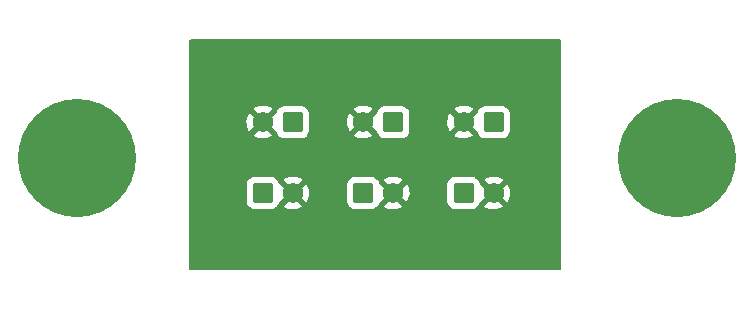
<source format=gbr>
%TF.GenerationSoftware,KiCad,Pcbnew,(6.0.7)*%
%TF.CreationDate,2022-11-15T19:19:08-05:00*%
%TF.ProjectId,4272Pwr_Sub_Dist,34323732-5077-4725-9f53-75625f446973,rev?*%
%TF.SameCoordinates,Original*%
%TF.FileFunction,Copper,L1,Top*%
%TF.FilePolarity,Positive*%
%FSLAX46Y46*%
G04 Gerber Fmt 4.6, Leading zero omitted, Abs format (unit mm)*
G04 Created by KiCad (PCBNEW (6.0.7)) date 2022-11-15 19:19:08*
%MOMM*%
%LPD*%
G01*
G04 APERTURE LIST*
G04 Aperture macros list*
%AMRoundRect*
0 Rectangle with rounded corners*
0 $1 Rounding radius*
0 $2 $3 $4 $5 $6 $7 $8 $9 X,Y pos of 4 corners*
0 Add a 4 corners polygon primitive as box body*
4,1,4,$2,$3,$4,$5,$6,$7,$8,$9,$2,$3,0*
0 Add four circle primitives for the rounded corners*
1,1,$1+$1,$2,$3*
1,1,$1+$1,$4,$5*
1,1,$1+$1,$6,$7*
1,1,$1+$1,$8,$9*
0 Add four rect primitives between the rounded corners*
20,1,$1+$1,$2,$3,$4,$5,0*
20,1,$1+$1,$4,$5,$6,$7,0*
20,1,$1+$1,$6,$7,$8,$9,0*
20,1,$1+$1,$8,$9,$2,$3,0*%
G04 Aperture macros list end*
%TA.AperFunction,ComponentPad*%
%ADD10C,5.400000*%
%TD*%
%TA.AperFunction,ConnectorPad*%
%ADD11C,10.000000*%
%TD*%
%TA.AperFunction,ComponentPad*%
%ADD12RoundRect,0.250000X-0.620000X-0.620000X0.620000X-0.620000X0.620000X0.620000X-0.620000X0.620000X0*%
%TD*%
%TA.AperFunction,ComponentPad*%
%ADD13C,1.740000*%
%TD*%
%TA.AperFunction,ComponentPad*%
%ADD14RoundRect,0.250000X0.620000X0.620000X-0.620000X0.620000X-0.620000X-0.620000X0.620000X-0.620000X0*%
%TD*%
G04 APERTURE END LIST*
D10*
%TO.P,REF\u002A\u002A,1*%
%TO.N,N/C*%
X165800000Y-60000000D03*
D11*
X165800000Y-60000000D03*
%TD*%
D12*
%TO.P,P6,1,Pin_1*%
%TO.N,GND*%
X147730000Y-63000000D03*
D13*
%TO.P,P6,2,Pin_2*%
%TO.N,+5V*%
X150270000Y-63000000D03*
%TD*%
D12*
%TO.P,P5,1,Pin_1*%
%TO.N,GND*%
X139230000Y-63000000D03*
D13*
%TO.P,P5,2,Pin_2*%
%TO.N,+5V*%
X141770000Y-63000000D03*
%TD*%
D12*
%TO.P,P4,1,Pin_1*%
%TO.N,GND*%
X130730000Y-63000000D03*
D13*
%TO.P,P4,2,Pin_2*%
%TO.N,+5V*%
X133270000Y-63000000D03*
%TD*%
D14*
%TO.P,P3,1,Pin_1*%
%TO.N,GND*%
X150270000Y-57000000D03*
D13*
%TO.P,P3,2,Pin_2*%
%TO.N,+5V*%
X147730000Y-57000000D03*
%TD*%
D14*
%TO.P,P2,1,Pin_1*%
%TO.N,GND*%
X141770000Y-57000000D03*
D13*
%TO.P,P2,2,Pin_2*%
%TO.N,+5V*%
X139230000Y-57000000D03*
%TD*%
D14*
%TO.P,P1,1,Pin_1*%
%TO.N,GND*%
X133270000Y-57000000D03*
D13*
%TO.P,P1,2,Pin_2*%
%TO.N,+5V*%
X130730000Y-57000000D03*
%TD*%
D11*
%TO.P,REF\u002A\u002A,1*%
%TO.N,N/C*%
X115000000Y-60000000D03*
D10*
X115000000Y-60000000D03*
%TD*%
%TA.AperFunction,Conductor*%
%TO.N,+5V*%
G36*
X155942121Y-50020002D02*
G01*
X155988614Y-50073658D01*
X156000000Y-50126000D01*
X156000000Y-69374000D01*
X155979998Y-69442121D01*
X155926342Y-69488614D01*
X155874000Y-69500000D01*
X124626000Y-69500000D01*
X124557879Y-69479998D01*
X124511386Y-69426342D01*
X124500000Y-69374000D01*
X124500000Y-63670400D01*
X129351500Y-63670400D01*
X129351837Y-63673646D01*
X129351837Y-63673650D01*
X129361378Y-63765599D01*
X129362474Y-63776166D01*
X129418450Y-63943946D01*
X129511522Y-64094348D01*
X129636697Y-64219305D01*
X129642927Y-64223145D01*
X129642928Y-64223146D01*
X129780090Y-64307694D01*
X129787262Y-64312115D01*
X129829049Y-64325975D01*
X129948611Y-64365632D01*
X129948613Y-64365632D01*
X129955139Y-64367797D01*
X129961975Y-64368497D01*
X129961978Y-64368498D01*
X129995828Y-64371966D01*
X130059600Y-64378500D01*
X131400400Y-64378500D01*
X131403646Y-64378163D01*
X131403650Y-64378163D01*
X131499308Y-64368238D01*
X131499312Y-64368237D01*
X131506166Y-64367526D01*
X131512702Y-64365345D01*
X131512704Y-64365345D01*
X131644806Y-64321272D01*
X131673946Y-64311550D01*
X131824348Y-64218478D01*
X131903214Y-64139474D01*
X132495355Y-64139474D01*
X132500636Y-64146529D01*
X132668087Y-64244380D01*
X132677370Y-64248827D01*
X132879402Y-64325975D01*
X132889300Y-64328851D01*
X133101219Y-64371966D01*
X133111447Y-64373185D01*
X133327560Y-64381111D01*
X133337846Y-64380644D01*
X133552353Y-64353164D01*
X133562439Y-64351021D01*
X133769581Y-64288875D01*
X133779158Y-64285122D01*
X133973378Y-64189975D01*
X133982216Y-64184706D01*
X134033587Y-64148064D01*
X134041988Y-64137364D01*
X134035002Y-64124213D01*
X133282811Y-63372021D01*
X133268868Y-63364408D01*
X133267034Y-63364539D01*
X133260420Y-63368790D01*
X132502112Y-64127099D01*
X132495355Y-64139474D01*
X131903214Y-64139474D01*
X131949305Y-64093303D01*
X132042115Y-63942738D01*
X132074787Y-63844235D01*
X132115218Y-63785875D01*
X132139687Y-63771102D01*
X132897979Y-63012811D01*
X132904356Y-63001132D01*
X133634408Y-63001132D01*
X133634539Y-63002966D01*
X133638790Y-63009580D01*
X134394810Y-63765599D01*
X134406816Y-63772155D01*
X134418555Y-63763186D01*
X134452206Y-63716356D01*
X134457516Y-63707519D01*
X134475861Y-63670400D01*
X137851500Y-63670400D01*
X137851837Y-63673646D01*
X137851837Y-63673650D01*
X137861378Y-63765599D01*
X137862474Y-63776166D01*
X137918450Y-63943946D01*
X138011522Y-64094348D01*
X138136697Y-64219305D01*
X138142927Y-64223145D01*
X138142928Y-64223146D01*
X138280090Y-64307694D01*
X138287262Y-64312115D01*
X138329049Y-64325975D01*
X138448611Y-64365632D01*
X138448613Y-64365632D01*
X138455139Y-64367797D01*
X138461975Y-64368497D01*
X138461978Y-64368498D01*
X138495828Y-64371966D01*
X138559600Y-64378500D01*
X139900400Y-64378500D01*
X139903646Y-64378163D01*
X139903650Y-64378163D01*
X139999308Y-64368238D01*
X139999312Y-64368237D01*
X140006166Y-64367526D01*
X140012702Y-64365345D01*
X140012704Y-64365345D01*
X140144806Y-64321272D01*
X140173946Y-64311550D01*
X140324348Y-64218478D01*
X140403214Y-64139474D01*
X140995355Y-64139474D01*
X141000636Y-64146529D01*
X141168087Y-64244380D01*
X141177370Y-64248827D01*
X141379402Y-64325975D01*
X141389300Y-64328851D01*
X141601219Y-64371966D01*
X141611447Y-64373185D01*
X141827560Y-64381111D01*
X141837846Y-64380644D01*
X142052353Y-64353164D01*
X142062439Y-64351021D01*
X142269581Y-64288875D01*
X142279158Y-64285122D01*
X142473378Y-64189975D01*
X142482216Y-64184706D01*
X142533587Y-64148064D01*
X142541988Y-64137364D01*
X142535002Y-64124213D01*
X141782811Y-63372021D01*
X141768868Y-63364408D01*
X141767034Y-63364539D01*
X141760420Y-63368790D01*
X141002112Y-64127099D01*
X140995355Y-64139474D01*
X140403214Y-64139474D01*
X140449305Y-64093303D01*
X140542115Y-63942738D01*
X140574787Y-63844235D01*
X140615218Y-63785875D01*
X140639687Y-63771102D01*
X141397979Y-63012811D01*
X141404356Y-63001132D01*
X142134408Y-63001132D01*
X142134539Y-63002966D01*
X142138790Y-63009580D01*
X142894810Y-63765599D01*
X142906816Y-63772155D01*
X142918555Y-63763186D01*
X142952206Y-63716356D01*
X142957516Y-63707519D01*
X142975861Y-63670400D01*
X146351500Y-63670400D01*
X146351837Y-63673646D01*
X146351837Y-63673650D01*
X146361378Y-63765599D01*
X146362474Y-63776166D01*
X146418450Y-63943946D01*
X146511522Y-64094348D01*
X146636697Y-64219305D01*
X146642927Y-64223145D01*
X146642928Y-64223146D01*
X146780090Y-64307694D01*
X146787262Y-64312115D01*
X146829049Y-64325975D01*
X146948611Y-64365632D01*
X146948613Y-64365632D01*
X146955139Y-64367797D01*
X146961975Y-64368497D01*
X146961978Y-64368498D01*
X146995828Y-64371966D01*
X147059600Y-64378500D01*
X148400400Y-64378500D01*
X148403646Y-64378163D01*
X148403650Y-64378163D01*
X148499308Y-64368238D01*
X148499312Y-64368237D01*
X148506166Y-64367526D01*
X148512702Y-64365345D01*
X148512704Y-64365345D01*
X148644806Y-64321272D01*
X148673946Y-64311550D01*
X148824348Y-64218478D01*
X148903214Y-64139474D01*
X149495355Y-64139474D01*
X149500636Y-64146529D01*
X149668087Y-64244380D01*
X149677370Y-64248827D01*
X149879402Y-64325975D01*
X149889300Y-64328851D01*
X150101219Y-64371966D01*
X150111447Y-64373185D01*
X150327560Y-64381111D01*
X150337846Y-64380644D01*
X150552353Y-64353164D01*
X150562439Y-64351021D01*
X150769581Y-64288875D01*
X150779158Y-64285122D01*
X150973378Y-64189975D01*
X150982216Y-64184706D01*
X151033587Y-64148064D01*
X151041988Y-64137364D01*
X151035002Y-64124213D01*
X150282811Y-63372021D01*
X150268868Y-63364408D01*
X150267034Y-63364539D01*
X150260420Y-63368790D01*
X149502112Y-64127099D01*
X149495355Y-64139474D01*
X148903214Y-64139474D01*
X148949305Y-64093303D01*
X149042115Y-63942738D01*
X149074787Y-63844235D01*
X149115218Y-63785875D01*
X149139687Y-63771102D01*
X149897979Y-63012811D01*
X149904356Y-63001132D01*
X150634408Y-63001132D01*
X150634539Y-63002966D01*
X150638790Y-63009580D01*
X151394810Y-63765599D01*
X151406816Y-63772155D01*
X151418555Y-63763186D01*
X151452206Y-63716356D01*
X151457516Y-63707519D01*
X151553329Y-63513655D01*
X151557128Y-63504060D01*
X151619991Y-63297156D01*
X151622170Y-63287075D01*
X151650635Y-63070868D01*
X151651154Y-63064193D01*
X151652641Y-63003364D01*
X151652447Y-62996646D01*
X151634580Y-62779316D01*
X151632897Y-62769154D01*
X151580213Y-62559407D01*
X151576895Y-62549660D01*
X151490659Y-62351330D01*
X151485792Y-62342255D01*
X151417528Y-62236734D01*
X151406843Y-62227531D01*
X151397276Y-62231935D01*
X150642021Y-62987189D01*
X150634408Y-63001132D01*
X149904356Y-63001132D01*
X149905592Y-62998868D01*
X149905461Y-62997034D01*
X149901210Y-62990420D01*
X149145453Y-62234664D01*
X149134734Y-62228811D01*
X149084532Y-62178609D01*
X149075595Y-62158099D01*
X149043868Y-62063002D01*
X149041550Y-62056054D01*
X148948478Y-61905652D01*
X148904891Y-61862141D01*
X149496936Y-61862141D01*
X149503679Y-61874468D01*
X150257189Y-62627979D01*
X150271132Y-62635592D01*
X150272966Y-62635461D01*
X150279580Y-62631210D01*
X151037633Y-61873156D01*
X151044650Y-61860305D01*
X151037295Y-61850210D01*
X151030664Y-61845804D01*
X150841334Y-61741288D01*
X150831937Y-61737065D01*
X150628086Y-61664877D01*
X150618115Y-61662243D01*
X150405216Y-61624321D01*
X150394962Y-61623351D01*
X150178716Y-61620708D01*
X150168431Y-61621428D01*
X149954666Y-61654138D01*
X149944647Y-61656525D01*
X149739086Y-61723713D01*
X149729584Y-61727708D01*
X149537768Y-61827560D01*
X149529048Y-61833052D01*
X149505390Y-61850815D01*
X149496936Y-61862141D01*
X148904891Y-61862141D01*
X148823303Y-61780695D01*
X148817072Y-61776854D01*
X148678968Y-61691725D01*
X148678966Y-61691724D01*
X148672738Y-61687885D01*
X148578190Y-61656525D01*
X148511389Y-61634368D01*
X148511387Y-61634368D01*
X148504861Y-61632203D01*
X148498025Y-61631503D01*
X148498022Y-61631502D01*
X148454969Y-61627091D01*
X148400400Y-61621500D01*
X147059600Y-61621500D01*
X147056354Y-61621837D01*
X147056350Y-61621837D01*
X146960692Y-61631762D01*
X146960688Y-61631763D01*
X146953834Y-61632474D01*
X146947298Y-61634655D01*
X146947296Y-61634655D01*
X146815194Y-61678728D01*
X146786054Y-61688450D01*
X146635652Y-61781522D01*
X146510695Y-61906697D01*
X146417885Y-62057262D01*
X146362203Y-62225139D01*
X146351500Y-62329600D01*
X146351500Y-63670400D01*
X142975861Y-63670400D01*
X143053329Y-63513655D01*
X143057128Y-63504060D01*
X143119991Y-63297156D01*
X143122170Y-63287075D01*
X143150635Y-63070868D01*
X143151154Y-63064193D01*
X143152641Y-63003364D01*
X143152447Y-62996646D01*
X143134580Y-62779316D01*
X143132897Y-62769154D01*
X143080213Y-62559407D01*
X143076895Y-62549660D01*
X142990659Y-62351330D01*
X142985792Y-62342255D01*
X142917528Y-62236734D01*
X142906843Y-62227531D01*
X142897276Y-62231935D01*
X142142021Y-62987189D01*
X142134408Y-63001132D01*
X141404356Y-63001132D01*
X141405592Y-62998868D01*
X141405461Y-62997034D01*
X141401210Y-62990420D01*
X140645453Y-62234664D01*
X140634734Y-62228811D01*
X140584532Y-62178609D01*
X140575595Y-62158099D01*
X140543868Y-62063002D01*
X140541550Y-62056054D01*
X140448478Y-61905652D01*
X140404891Y-61862141D01*
X140996936Y-61862141D01*
X141003679Y-61874468D01*
X141757189Y-62627979D01*
X141771132Y-62635592D01*
X141772966Y-62635461D01*
X141779580Y-62631210D01*
X142537633Y-61873156D01*
X142544650Y-61860305D01*
X142537295Y-61850210D01*
X142530664Y-61845804D01*
X142341334Y-61741288D01*
X142331937Y-61737065D01*
X142128086Y-61664877D01*
X142118115Y-61662243D01*
X141905216Y-61624321D01*
X141894962Y-61623351D01*
X141678716Y-61620708D01*
X141668431Y-61621428D01*
X141454666Y-61654138D01*
X141444647Y-61656525D01*
X141239086Y-61723713D01*
X141229584Y-61727708D01*
X141037768Y-61827560D01*
X141029048Y-61833052D01*
X141005390Y-61850815D01*
X140996936Y-61862141D01*
X140404891Y-61862141D01*
X140323303Y-61780695D01*
X140317072Y-61776854D01*
X140178968Y-61691725D01*
X140178966Y-61691724D01*
X140172738Y-61687885D01*
X140078190Y-61656525D01*
X140011389Y-61634368D01*
X140011387Y-61634368D01*
X140004861Y-61632203D01*
X139998025Y-61631503D01*
X139998022Y-61631502D01*
X139954969Y-61627091D01*
X139900400Y-61621500D01*
X138559600Y-61621500D01*
X138556354Y-61621837D01*
X138556350Y-61621837D01*
X138460692Y-61631762D01*
X138460688Y-61631763D01*
X138453834Y-61632474D01*
X138447298Y-61634655D01*
X138447296Y-61634655D01*
X138315194Y-61678728D01*
X138286054Y-61688450D01*
X138135652Y-61781522D01*
X138010695Y-61906697D01*
X137917885Y-62057262D01*
X137862203Y-62225139D01*
X137851500Y-62329600D01*
X137851500Y-63670400D01*
X134475861Y-63670400D01*
X134553329Y-63513655D01*
X134557128Y-63504060D01*
X134619991Y-63297156D01*
X134622170Y-63287075D01*
X134650635Y-63070868D01*
X134651154Y-63064193D01*
X134652641Y-63003364D01*
X134652447Y-62996646D01*
X134634580Y-62779316D01*
X134632897Y-62769154D01*
X134580213Y-62559407D01*
X134576895Y-62549660D01*
X134490659Y-62351330D01*
X134485792Y-62342255D01*
X134417528Y-62236734D01*
X134406843Y-62227531D01*
X134397276Y-62231935D01*
X133642021Y-62987189D01*
X133634408Y-63001132D01*
X132904356Y-63001132D01*
X132905592Y-62998868D01*
X132905461Y-62997034D01*
X132901210Y-62990420D01*
X132145453Y-62234664D01*
X132134734Y-62228811D01*
X132084532Y-62178609D01*
X132075595Y-62158099D01*
X132043868Y-62063002D01*
X132041550Y-62056054D01*
X131948478Y-61905652D01*
X131904891Y-61862141D01*
X132496936Y-61862141D01*
X132503679Y-61874468D01*
X133257189Y-62627979D01*
X133271132Y-62635592D01*
X133272966Y-62635461D01*
X133279580Y-62631210D01*
X134037633Y-61873156D01*
X134044650Y-61860305D01*
X134037295Y-61850210D01*
X134030664Y-61845804D01*
X133841334Y-61741288D01*
X133831937Y-61737065D01*
X133628086Y-61664877D01*
X133618115Y-61662243D01*
X133405216Y-61624321D01*
X133394962Y-61623351D01*
X133178716Y-61620708D01*
X133168431Y-61621428D01*
X132954666Y-61654138D01*
X132944647Y-61656525D01*
X132739086Y-61723713D01*
X132729584Y-61727708D01*
X132537768Y-61827560D01*
X132529048Y-61833052D01*
X132505390Y-61850815D01*
X132496936Y-61862141D01*
X131904891Y-61862141D01*
X131823303Y-61780695D01*
X131817072Y-61776854D01*
X131678968Y-61691725D01*
X131678966Y-61691724D01*
X131672738Y-61687885D01*
X131578190Y-61656525D01*
X131511389Y-61634368D01*
X131511387Y-61634368D01*
X131504861Y-61632203D01*
X131498025Y-61631503D01*
X131498022Y-61631502D01*
X131454969Y-61627091D01*
X131400400Y-61621500D01*
X130059600Y-61621500D01*
X130056354Y-61621837D01*
X130056350Y-61621837D01*
X129960692Y-61631762D01*
X129960688Y-61631763D01*
X129953834Y-61632474D01*
X129947298Y-61634655D01*
X129947296Y-61634655D01*
X129815194Y-61678728D01*
X129786054Y-61688450D01*
X129635652Y-61781522D01*
X129510695Y-61906697D01*
X129417885Y-62057262D01*
X129362203Y-62225139D01*
X129351500Y-62329600D01*
X129351500Y-63670400D01*
X124500000Y-63670400D01*
X124500000Y-58139474D01*
X129955355Y-58139474D01*
X129960636Y-58146529D01*
X130128087Y-58244380D01*
X130137370Y-58248827D01*
X130339402Y-58325975D01*
X130349300Y-58328851D01*
X130561219Y-58371966D01*
X130571447Y-58373185D01*
X130787560Y-58381111D01*
X130797846Y-58380644D01*
X131012353Y-58353164D01*
X131022439Y-58351021D01*
X131229581Y-58288875D01*
X131239158Y-58285122D01*
X131433378Y-58189975D01*
X131442216Y-58184706D01*
X131493587Y-58148064D01*
X131501988Y-58137364D01*
X131495002Y-58124213D01*
X130742811Y-57372021D01*
X130728868Y-57364408D01*
X130727034Y-57364539D01*
X130720420Y-57368790D01*
X129962112Y-58127099D01*
X129955355Y-58139474D01*
X124500000Y-58139474D01*
X124500000Y-56971373D01*
X129347987Y-56971373D01*
X129360437Y-57187279D01*
X129361870Y-57197481D01*
X129409412Y-57408442D01*
X129412495Y-57418282D01*
X129493857Y-57618652D01*
X129498500Y-57627843D01*
X129581915Y-57763964D01*
X129592372Y-57773424D01*
X129601148Y-57769641D01*
X130357979Y-57012811D01*
X130364356Y-57001132D01*
X131094408Y-57001132D01*
X131094539Y-57002966D01*
X131098790Y-57009580D01*
X131854809Y-57765598D01*
X131865315Y-57771335D01*
X131915517Y-57821537D01*
X131924452Y-57842045D01*
X131955729Y-57935791D01*
X131958450Y-57943946D01*
X132051522Y-58094348D01*
X132176697Y-58219305D01*
X132182927Y-58223145D01*
X132182928Y-58223146D01*
X132320090Y-58307694D01*
X132327262Y-58312115D01*
X132369049Y-58325975D01*
X132488611Y-58365632D01*
X132488613Y-58365632D01*
X132495139Y-58367797D01*
X132501975Y-58368497D01*
X132501978Y-58368498D01*
X132535828Y-58371966D01*
X132599600Y-58378500D01*
X133940400Y-58378500D01*
X133943646Y-58378163D01*
X133943650Y-58378163D01*
X134039308Y-58368238D01*
X134039312Y-58368237D01*
X134046166Y-58367526D01*
X134052702Y-58365345D01*
X134052704Y-58365345D01*
X134184806Y-58321272D01*
X134213946Y-58311550D01*
X134364348Y-58218478D01*
X134443214Y-58139474D01*
X138455355Y-58139474D01*
X138460636Y-58146529D01*
X138628087Y-58244380D01*
X138637370Y-58248827D01*
X138839402Y-58325975D01*
X138849300Y-58328851D01*
X139061219Y-58371966D01*
X139071447Y-58373185D01*
X139287560Y-58381111D01*
X139297846Y-58380644D01*
X139512353Y-58353164D01*
X139522439Y-58351021D01*
X139729581Y-58288875D01*
X139739158Y-58285122D01*
X139933378Y-58189975D01*
X139942216Y-58184706D01*
X139993587Y-58148064D01*
X140001988Y-58137364D01*
X139995002Y-58124213D01*
X139242811Y-57372021D01*
X139228868Y-57364408D01*
X139227034Y-57364539D01*
X139220420Y-57368790D01*
X138462112Y-58127099D01*
X138455355Y-58139474D01*
X134443214Y-58139474D01*
X134489305Y-58093303D01*
X134582115Y-57942738D01*
X134637797Y-57774861D01*
X134638914Y-57763964D01*
X134648172Y-57673598D01*
X134648500Y-57670400D01*
X134648500Y-56971373D01*
X137847987Y-56971373D01*
X137860437Y-57187279D01*
X137861870Y-57197481D01*
X137909412Y-57408442D01*
X137912495Y-57418282D01*
X137993857Y-57618652D01*
X137998500Y-57627843D01*
X138081915Y-57763964D01*
X138092372Y-57773424D01*
X138101148Y-57769641D01*
X138857979Y-57012811D01*
X138864356Y-57001132D01*
X139594408Y-57001132D01*
X139594539Y-57002966D01*
X139598790Y-57009580D01*
X140354809Y-57765598D01*
X140365315Y-57771335D01*
X140415517Y-57821537D01*
X140424452Y-57842045D01*
X140455729Y-57935791D01*
X140458450Y-57943946D01*
X140551522Y-58094348D01*
X140676697Y-58219305D01*
X140682927Y-58223145D01*
X140682928Y-58223146D01*
X140820090Y-58307694D01*
X140827262Y-58312115D01*
X140869049Y-58325975D01*
X140988611Y-58365632D01*
X140988613Y-58365632D01*
X140995139Y-58367797D01*
X141001975Y-58368497D01*
X141001978Y-58368498D01*
X141035828Y-58371966D01*
X141099600Y-58378500D01*
X142440400Y-58378500D01*
X142443646Y-58378163D01*
X142443650Y-58378163D01*
X142539308Y-58368238D01*
X142539312Y-58368237D01*
X142546166Y-58367526D01*
X142552702Y-58365345D01*
X142552704Y-58365345D01*
X142684806Y-58321272D01*
X142713946Y-58311550D01*
X142864348Y-58218478D01*
X142943214Y-58139474D01*
X146955355Y-58139474D01*
X146960636Y-58146529D01*
X147128087Y-58244380D01*
X147137370Y-58248827D01*
X147339402Y-58325975D01*
X147349300Y-58328851D01*
X147561219Y-58371966D01*
X147571447Y-58373185D01*
X147787560Y-58381111D01*
X147797846Y-58380644D01*
X148012353Y-58353164D01*
X148022439Y-58351021D01*
X148229581Y-58288875D01*
X148239158Y-58285122D01*
X148433378Y-58189975D01*
X148442216Y-58184706D01*
X148493587Y-58148064D01*
X148501988Y-58137364D01*
X148495002Y-58124213D01*
X147742811Y-57372021D01*
X147728868Y-57364408D01*
X147727034Y-57364539D01*
X147720420Y-57368790D01*
X146962112Y-58127099D01*
X146955355Y-58139474D01*
X142943214Y-58139474D01*
X142989305Y-58093303D01*
X143082115Y-57942738D01*
X143137797Y-57774861D01*
X143138914Y-57763964D01*
X143148172Y-57673598D01*
X143148500Y-57670400D01*
X143148500Y-56971373D01*
X146347987Y-56971373D01*
X146360437Y-57187279D01*
X146361870Y-57197481D01*
X146409412Y-57408442D01*
X146412495Y-57418282D01*
X146493857Y-57618652D01*
X146498500Y-57627843D01*
X146581915Y-57763964D01*
X146592372Y-57773424D01*
X146601148Y-57769641D01*
X147357979Y-57012811D01*
X147364356Y-57001132D01*
X148094408Y-57001132D01*
X148094539Y-57002966D01*
X148098790Y-57009580D01*
X148854809Y-57765598D01*
X148865315Y-57771335D01*
X148915517Y-57821537D01*
X148924452Y-57842045D01*
X148955729Y-57935791D01*
X148958450Y-57943946D01*
X149051522Y-58094348D01*
X149176697Y-58219305D01*
X149182927Y-58223145D01*
X149182928Y-58223146D01*
X149320090Y-58307694D01*
X149327262Y-58312115D01*
X149369049Y-58325975D01*
X149488611Y-58365632D01*
X149488613Y-58365632D01*
X149495139Y-58367797D01*
X149501975Y-58368497D01*
X149501978Y-58368498D01*
X149535828Y-58371966D01*
X149599600Y-58378500D01*
X150940400Y-58378500D01*
X150943646Y-58378163D01*
X150943650Y-58378163D01*
X151039308Y-58368238D01*
X151039312Y-58368237D01*
X151046166Y-58367526D01*
X151052702Y-58365345D01*
X151052704Y-58365345D01*
X151184806Y-58321272D01*
X151213946Y-58311550D01*
X151364348Y-58218478D01*
X151489305Y-58093303D01*
X151582115Y-57942738D01*
X151637797Y-57774861D01*
X151638914Y-57763964D01*
X151648172Y-57673598D01*
X151648500Y-57670400D01*
X151648500Y-56329600D01*
X151648163Y-56326350D01*
X151638238Y-56230692D01*
X151638237Y-56230688D01*
X151637526Y-56223834D01*
X151581550Y-56056054D01*
X151488478Y-55905652D01*
X151363303Y-55780695D01*
X151357072Y-55776854D01*
X151218968Y-55691725D01*
X151218966Y-55691724D01*
X151212738Y-55687885D01*
X151118190Y-55656525D01*
X151051389Y-55634368D01*
X151051387Y-55634368D01*
X151044861Y-55632203D01*
X151038025Y-55631503D01*
X151038022Y-55631502D01*
X150994969Y-55627091D01*
X150940400Y-55621500D01*
X149599600Y-55621500D01*
X149596354Y-55621837D01*
X149596350Y-55621837D01*
X149500692Y-55631762D01*
X149500688Y-55631763D01*
X149493834Y-55632474D01*
X149487298Y-55634655D01*
X149487296Y-55634655D01*
X149355194Y-55678728D01*
X149326054Y-55688450D01*
X149175652Y-55781522D01*
X149050695Y-55906697D01*
X148957885Y-56057262D01*
X148935821Y-56123783D01*
X148924858Y-56156835D01*
X148884427Y-56215195D01*
X148857951Y-56231624D01*
X148857277Y-56231934D01*
X148102021Y-56987189D01*
X148094408Y-57001132D01*
X147364356Y-57001132D01*
X147365592Y-56998868D01*
X147365461Y-56997034D01*
X147361210Y-56990420D01*
X146605451Y-56234662D01*
X146593920Y-56228365D01*
X146581637Y-56237988D01*
X146530639Y-56312749D01*
X146525554Y-56321700D01*
X146434501Y-56517857D01*
X146430942Y-56527530D01*
X146373148Y-56735932D01*
X146371221Y-56746036D01*
X146348239Y-56961084D01*
X146347987Y-56971373D01*
X143148500Y-56971373D01*
X143148500Y-56329600D01*
X143148163Y-56326350D01*
X143138238Y-56230692D01*
X143138237Y-56230688D01*
X143137526Y-56223834D01*
X143081550Y-56056054D01*
X142988478Y-55905652D01*
X142944891Y-55862141D01*
X146956936Y-55862141D01*
X146963679Y-55874468D01*
X147717189Y-56627979D01*
X147731132Y-56635592D01*
X147732966Y-56635461D01*
X147739580Y-56631210D01*
X148497633Y-55873156D01*
X148504650Y-55860305D01*
X148497295Y-55850210D01*
X148490664Y-55845804D01*
X148301334Y-55741288D01*
X148291937Y-55737065D01*
X148088086Y-55664877D01*
X148078115Y-55662243D01*
X147865216Y-55624321D01*
X147854962Y-55623351D01*
X147638716Y-55620708D01*
X147628431Y-55621428D01*
X147414666Y-55654138D01*
X147404647Y-55656525D01*
X147199086Y-55723713D01*
X147189584Y-55727708D01*
X146997768Y-55827560D01*
X146989048Y-55833052D01*
X146965390Y-55850815D01*
X146956936Y-55862141D01*
X142944891Y-55862141D01*
X142863303Y-55780695D01*
X142857072Y-55776854D01*
X142718968Y-55691725D01*
X142718966Y-55691724D01*
X142712738Y-55687885D01*
X142618190Y-55656525D01*
X142551389Y-55634368D01*
X142551387Y-55634368D01*
X142544861Y-55632203D01*
X142538025Y-55631503D01*
X142538022Y-55631502D01*
X142494969Y-55627091D01*
X142440400Y-55621500D01*
X141099600Y-55621500D01*
X141096354Y-55621837D01*
X141096350Y-55621837D01*
X141000692Y-55631762D01*
X141000688Y-55631763D01*
X140993834Y-55632474D01*
X140987298Y-55634655D01*
X140987296Y-55634655D01*
X140855194Y-55678728D01*
X140826054Y-55688450D01*
X140675652Y-55781522D01*
X140550695Y-55906697D01*
X140457885Y-56057262D01*
X140435821Y-56123783D01*
X140424858Y-56156835D01*
X140384427Y-56215195D01*
X140357951Y-56231624D01*
X140357277Y-56231934D01*
X139602021Y-56987189D01*
X139594408Y-57001132D01*
X138864356Y-57001132D01*
X138865592Y-56998868D01*
X138865461Y-56997034D01*
X138861210Y-56990420D01*
X138105451Y-56234662D01*
X138093920Y-56228365D01*
X138081637Y-56237988D01*
X138030639Y-56312749D01*
X138025554Y-56321700D01*
X137934501Y-56517857D01*
X137930942Y-56527530D01*
X137873148Y-56735932D01*
X137871221Y-56746036D01*
X137848239Y-56961084D01*
X137847987Y-56971373D01*
X134648500Y-56971373D01*
X134648500Y-56329600D01*
X134648163Y-56326350D01*
X134638238Y-56230692D01*
X134638237Y-56230688D01*
X134637526Y-56223834D01*
X134581550Y-56056054D01*
X134488478Y-55905652D01*
X134444891Y-55862141D01*
X138456936Y-55862141D01*
X138463679Y-55874468D01*
X139217189Y-56627979D01*
X139231132Y-56635592D01*
X139232966Y-56635461D01*
X139239580Y-56631210D01*
X139997633Y-55873156D01*
X140004650Y-55860305D01*
X139997295Y-55850210D01*
X139990664Y-55845804D01*
X139801334Y-55741288D01*
X139791937Y-55737065D01*
X139588086Y-55664877D01*
X139578115Y-55662243D01*
X139365216Y-55624321D01*
X139354962Y-55623351D01*
X139138716Y-55620708D01*
X139128431Y-55621428D01*
X138914666Y-55654138D01*
X138904647Y-55656525D01*
X138699086Y-55723713D01*
X138689584Y-55727708D01*
X138497768Y-55827560D01*
X138489048Y-55833052D01*
X138465390Y-55850815D01*
X138456936Y-55862141D01*
X134444891Y-55862141D01*
X134363303Y-55780695D01*
X134357072Y-55776854D01*
X134218968Y-55691725D01*
X134218966Y-55691724D01*
X134212738Y-55687885D01*
X134118190Y-55656525D01*
X134051389Y-55634368D01*
X134051387Y-55634368D01*
X134044861Y-55632203D01*
X134038025Y-55631503D01*
X134038022Y-55631502D01*
X133994969Y-55627091D01*
X133940400Y-55621500D01*
X132599600Y-55621500D01*
X132596354Y-55621837D01*
X132596350Y-55621837D01*
X132500692Y-55631762D01*
X132500688Y-55631763D01*
X132493834Y-55632474D01*
X132487298Y-55634655D01*
X132487296Y-55634655D01*
X132355194Y-55678728D01*
X132326054Y-55688450D01*
X132175652Y-55781522D01*
X132050695Y-55906697D01*
X131957885Y-56057262D01*
X131935821Y-56123783D01*
X131924858Y-56156835D01*
X131884427Y-56215195D01*
X131857951Y-56231624D01*
X131857277Y-56231934D01*
X131102021Y-56987189D01*
X131094408Y-57001132D01*
X130364356Y-57001132D01*
X130365592Y-56998868D01*
X130365461Y-56997034D01*
X130361210Y-56990420D01*
X129605451Y-56234662D01*
X129593920Y-56228365D01*
X129581637Y-56237988D01*
X129530639Y-56312749D01*
X129525554Y-56321700D01*
X129434501Y-56517857D01*
X129430942Y-56527530D01*
X129373148Y-56735932D01*
X129371221Y-56746036D01*
X129348239Y-56961084D01*
X129347987Y-56971373D01*
X124500000Y-56971373D01*
X124500000Y-55862141D01*
X129956936Y-55862141D01*
X129963679Y-55874468D01*
X130717189Y-56627979D01*
X130731132Y-56635592D01*
X130732966Y-56635461D01*
X130739580Y-56631210D01*
X131497633Y-55873156D01*
X131504650Y-55860305D01*
X131497295Y-55850210D01*
X131490664Y-55845804D01*
X131301334Y-55741288D01*
X131291937Y-55737065D01*
X131088086Y-55664877D01*
X131078115Y-55662243D01*
X130865216Y-55624321D01*
X130854962Y-55623351D01*
X130638716Y-55620708D01*
X130628431Y-55621428D01*
X130414666Y-55654138D01*
X130404647Y-55656525D01*
X130199086Y-55723713D01*
X130189584Y-55727708D01*
X129997768Y-55827560D01*
X129989048Y-55833052D01*
X129965390Y-55850815D01*
X129956936Y-55862141D01*
X124500000Y-55862141D01*
X124500000Y-50126000D01*
X124520002Y-50057879D01*
X124573658Y-50011386D01*
X124626000Y-50000000D01*
X155874000Y-50000000D01*
X155942121Y-50020002D01*
G37*
%TD.AperFunction*%
%TD*%
M02*

</source>
